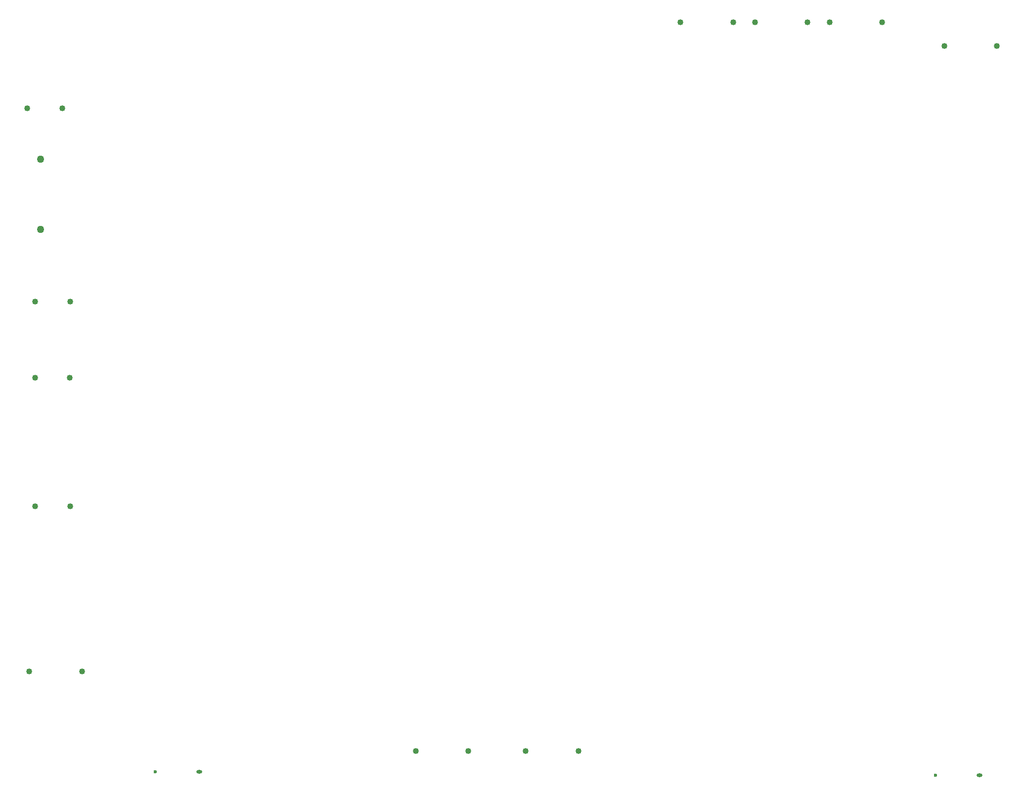
<source format=gbr>
%TF.GenerationSoftware,KiCad,Pcbnew,7.0.8*%
%TF.CreationDate,2024-01-22T14:24:56+01:00*%
%TF.ProjectId,BMS-Master,424d532d-4d61-4737-9465-722e6b696361,rev?*%
%TF.SameCoordinates,Original*%
%TF.FileFunction,NonPlated,1,4,NPTH,Mixed*%
%TF.FilePolarity,Positive*%
%FSLAX46Y46*%
G04 Gerber Fmt 4.6, Leading zero omitted, Abs format (unit mm)*
G04 Created by KiCad (PCBNEW 7.0.8) date 2024-01-22 14:24:56*
%MOMM*%
%LPD*%
G01*
G04 APERTURE LIST*
%TA.AperFunction,ComponentDrill*%
%ADD10C,0.600000*%
%TD*%
G04 aperture for slot hole*
%TA.AperFunction,ComponentDrill*%
%ADD11O,1.000000X0.600000*%
%TD*%
%TA.AperFunction,ComponentDrill*%
%ADD12C,1.020000*%
%TD*%
%TA.AperFunction,ComponentDrill*%
%ADD13C,1.270000*%
%TD*%
G04 APERTURE END LIST*
D10*
%TO.C,P1*%
X105830000Y-226657100D03*
D11*
X113330000Y-226657100D03*
D10*
%TO.C,P2*%
X239405500Y-227231000D03*
D11*
X246905500Y-227231000D03*
D12*
%TO.C,J22*%
X83896750Y-113000000D03*
%TO.C,J14*%
X84243677Y-209400326D03*
%TO.C,J13*%
X85182000Y-159181000D03*
%TO.C,J12*%
X85248500Y-146089000D03*
%TO.C,J15*%
X85248500Y-181141000D03*
%TO.C,J22*%
X89896750Y-113000000D03*
%TO.C,J13*%
X91182000Y-159181000D03*
%TO.C,J12*%
X91248500Y-146089000D03*
%TO.C,J15*%
X91248500Y-181141000D03*
%TO.C,J14*%
X93243659Y-209400326D03*
%TO.C,J6*%
X150389666Y-223060000D03*
X159389648Y-223060000D03*
%TO.C,J7*%
X169239666Y-223075000D03*
X178239648Y-223075000D03*
%TO.C,J18*%
X195733685Y-98241000D03*
X204733667Y-98241000D03*
%TO.C,J19*%
X208500018Y-98250000D03*
X217500000Y-98250000D03*
%TO.C,J16*%
X221250018Y-98250000D03*
X230250000Y-98250000D03*
%TO.C,J17*%
X240921002Y-102325000D03*
X249920984Y-102325000D03*
D13*
%TO.C,J11*%
X86191750Y-121743000D03*
X86191750Y-133743000D03*
M02*

</source>
